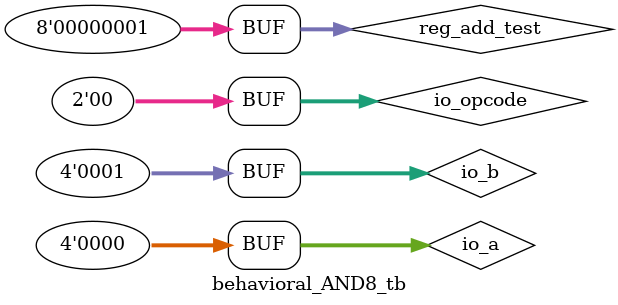
<source format=v>
module behavioral_AND8_tb;
	reg[3:0] io_a;
	reg[3:0] io_b;
	reg[1:0] io_opcode;
	reg[7:0] reg_add_test;
	wire[3:0] io_out;
	wire[7:0] reg_value;


	behavioral_AND8 ba8(
 		.io_a(io_a),
		.io_b(io_b),
		.io_opcode(io_opcode),
		.reg_add_test(reg_add_test),
		.io_out(io_out),
		.reg_value(reg_value)
	);

	initial begin
		io_a = 4'h0;
		io_b = 4'h1;
 		io_opcode = 2'h0;
		reg_add_test = 7'h1;
	end

	initial begin
		$monitor("io_a = %d, io_b = %d, io_opcode = %d, io_out = %d, reg_value = %d", io_a, io_b, io_opcode, io_out, reg_value);
	end

	
endmodule

</source>
